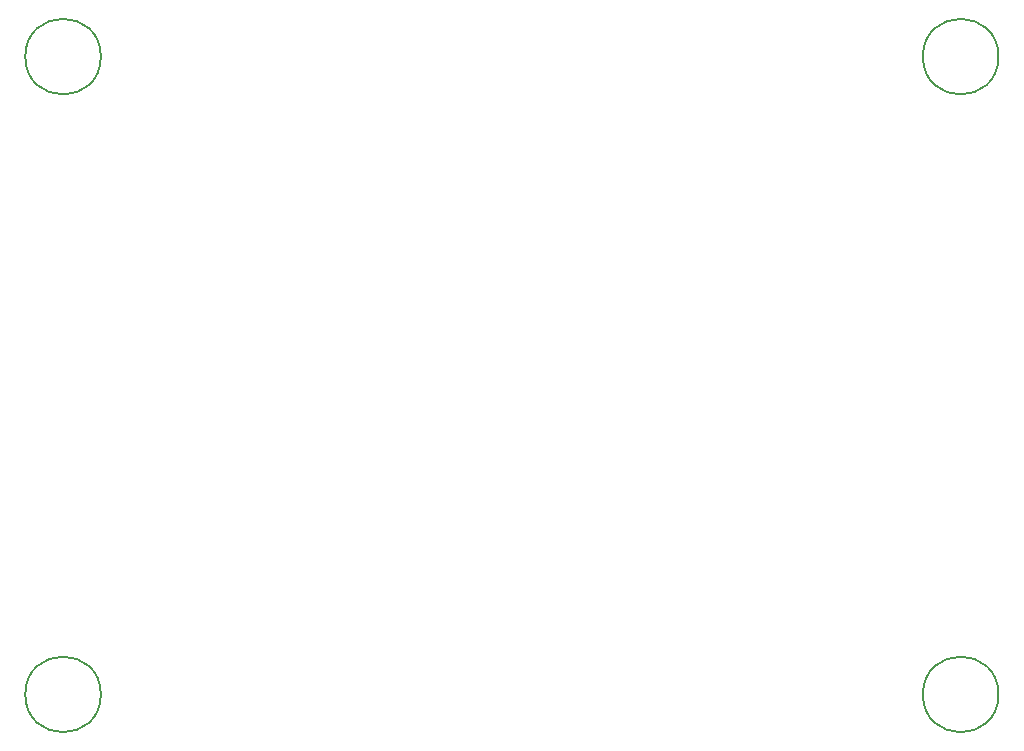
<source format=gbr>
G04 #@! TF.GenerationSoftware,KiCad,Pcbnew,(5.1.2)-1*
G04 #@! TF.CreationDate,2019-06-29T15:08:14-05:00*
G04 #@! TF.ProjectId,TPDSI_1,54504453-495f-4312-9e6b-696361645f70,1.3*
G04 #@! TF.SameCoordinates,Original*
G04 #@! TF.FileFunction,Other,Comment*
%FSLAX46Y46*%
G04 Gerber Fmt 4.6, Leading zero omitted, Abs format (unit mm)*
G04 Created by KiCad (PCBNEW (5.1.2)-1) date 2019-06-29 15:08:14*
%MOMM*%
%LPD*%
G04 APERTURE LIST*
%ADD10C,0.150000*%
G04 APERTURE END LIST*
D10*
X114393000Y-65648000D02*
G75*
G03X114393000Y-65648000I-3200000J0D01*
G01*
X114393000Y-119648000D02*
G75*
G03X114393000Y-119648000I-3200000J0D01*
G01*
X190393000Y-119648000D02*
G75*
G03X190393000Y-119648000I-3200000J0D01*
G01*
X190393000Y-65648000D02*
G75*
G03X190393000Y-65648000I-3200000J0D01*
G01*
M02*

</source>
